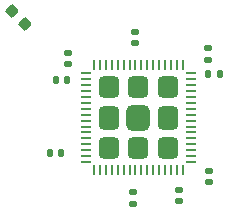
<source format=gbr>
G04 #@! TF.GenerationSoftware,KiCad,Pcbnew,8.0.1-8.0.1-1~ubuntu22.04.1*
G04 #@! TF.CreationDate,2024-03-22T15:41:04-04:00*
G04 #@! TF.ProjectId,caravel-breakout-qfn,63617261-7665-46c2-9d62-7265616b6f75,3.2*
G04 #@! TF.SameCoordinates,PX2dc6c00PY42c1d80*
G04 #@! TF.FileFunction,Paste,Top*
G04 #@! TF.FilePolarity,Positive*
%FSLAX46Y46*%
G04 Gerber Fmt 4.6, Leading zero omitted, Abs format (unit mm)*
G04 Created by KiCad (PCBNEW 8.0.1-8.0.1-1~ubuntu22.04.1) date 2024-03-22 15:41:04*
%MOMM*%
%LPD*%
G01*
G04 APERTURE LIST*
G04 Aperture macros list*
%AMRoundRect*
0 Rectangle with rounded corners*
0 $1 Rounding radius*
0 $2 $3 $4 $5 $6 $7 $8 $9 X,Y pos of 4 corners*
0 Add a 4 corners polygon primitive as box body*
4,1,4,$2,$3,$4,$5,$6,$7,$8,$9,$2,$3,0*
0 Add four circle primitives for the rounded corners*
1,1,$1+$1,$2,$3*
1,1,$1+$1,$4,$5*
1,1,$1+$1,$6,$7*
1,1,$1+$1,$8,$9*
0 Add four rect primitives between the rounded corners*
20,1,$1+$1,$2,$3,$4,$5,0*
20,1,$1+$1,$4,$5,$6,$7,0*
20,1,$1+$1,$6,$7,$8,$9,0*
20,1,$1+$1,$8,$9,$2,$3,0*%
G04 Aperture macros list end*
%ADD10RoundRect,0.140000X0.140000X0.170000X-0.140000X0.170000X-0.140000X-0.170000X0.140000X-0.170000X0*%
%ADD11RoundRect,0.140000X0.170000X-0.140000X0.170000X0.140000X-0.170000X0.140000X-0.170000X-0.140000X0*%
%ADD12RoundRect,0.140000X-0.170000X0.140000X-0.170000X-0.140000X0.170000X-0.140000X0.170000X0.140000X0*%
%ADD13RoundRect,0.140000X-0.140000X-0.170000X0.140000X-0.170000X0.140000X0.170000X-0.140000X0.170000X0*%
%ADD14RoundRect,0.426577X-0.452173X0.480923X-0.452173X-0.480923X0.452173X-0.480923X0.452173X0.480923X0*%
%ADD15RoundRect,0.426577X-0.452173X0.573423X-0.452173X-0.573423X0.452173X-0.573423X0.452173X0.573423X0*%
%ADD16RoundRect,0.485436X-0.514564X0.614564X-0.514564X-0.614564X0.514564X-0.614564X0.514564X0.614564X0*%
%ADD17RoundRect,0.062500X-0.062500X0.362500X-0.062500X-0.362500X0.062500X-0.362500X0.062500X0.362500X0*%
%ADD18RoundRect,0.062500X-0.362500X0.062500X-0.362500X-0.062500X0.362500X-0.062500X0.362500X0.062500X0*%
%ADD19RoundRect,0.225000X0.335876X0.017678X0.017678X0.335876X-0.335876X-0.017678X-0.017678X-0.335876X0*%
G04 APERTURE END LIST*
D10*
X29380000Y31700000D03*
X28420000Y31700000D03*
D11*
X28500000Y22520000D03*
X28500000Y23480000D03*
D12*
X22000000Y21680000D03*
X22000000Y20720000D03*
X16500000Y33480000D03*
X16500000Y32520000D03*
D13*
X15520000Y31200000D03*
X16480000Y31200000D03*
D10*
X15980000Y25000000D03*
X15020000Y25000000D03*
D12*
X22200000Y35280000D03*
X22200000Y34320000D03*
X28400000Y33880000D03*
X28400000Y32920000D03*
X25900000Y21880000D03*
X25900000Y20920000D03*
D14*
X25000000Y30600000D03*
X22500000Y30600000D03*
X20000000Y30600000D03*
D15*
X25000000Y28000000D03*
D16*
X22500000Y28000000D03*
D15*
X20000000Y28000000D03*
D14*
X25000000Y25400000D03*
X22500000Y25400000D03*
X20000000Y25400000D03*
D17*
X26250000Y32450000D03*
X25750000Y32450000D03*
X25250000Y32450000D03*
X24750000Y32450000D03*
X24250000Y32450000D03*
X23750000Y32450000D03*
X23250000Y32450000D03*
X22750000Y32450000D03*
X22250000Y32450000D03*
X21750000Y32450000D03*
X21250000Y32450000D03*
X20750000Y32450000D03*
X20250000Y32450000D03*
X19750000Y32450000D03*
X19250000Y32450000D03*
X18750000Y32450000D03*
D18*
X18050000Y31750000D03*
X18050000Y31250000D03*
X18050000Y30750000D03*
X18050000Y30250000D03*
X18050000Y29750000D03*
X18050000Y29250000D03*
X18050000Y28750000D03*
X18050000Y28250000D03*
X18050000Y27750000D03*
X18050000Y27250000D03*
X18050000Y26750000D03*
X18050000Y26250000D03*
X18050000Y25750000D03*
X18050000Y25250000D03*
X18050000Y24750000D03*
X18050000Y24250000D03*
D17*
X18750000Y23550000D03*
X19250000Y23550000D03*
X19750000Y23550000D03*
X20250000Y23550000D03*
X20750000Y23550000D03*
X21250000Y23550000D03*
X21750000Y23550000D03*
X22250000Y23550000D03*
X22750000Y23550000D03*
X23250000Y23550000D03*
X23750000Y23550000D03*
X24250000Y23550000D03*
X24750000Y23550000D03*
X25250000Y23550000D03*
X25750000Y23550000D03*
X26250000Y23550000D03*
D18*
X26950000Y24250000D03*
X26950000Y24750000D03*
X26950000Y25250000D03*
X26950000Y25750000D03*
X26950000Y26250000D03*
X26950000Y26750000D03*
X26950000Y27250000D03*
X26950000Y27750000D03*
X26950000Y28250000D03*
X26950000Y28750000D03*
X26950000Y29250000D03*
X26950000Y29750000D03*
X26950000Y30250000D03*
X26950000Y30750000D03*
X26950000Y31250000D03*
X26950000Y31750000D03*
D19*
X12898008Y35901992D03*
X11801992Y36998008D03*
M02*

</source>
